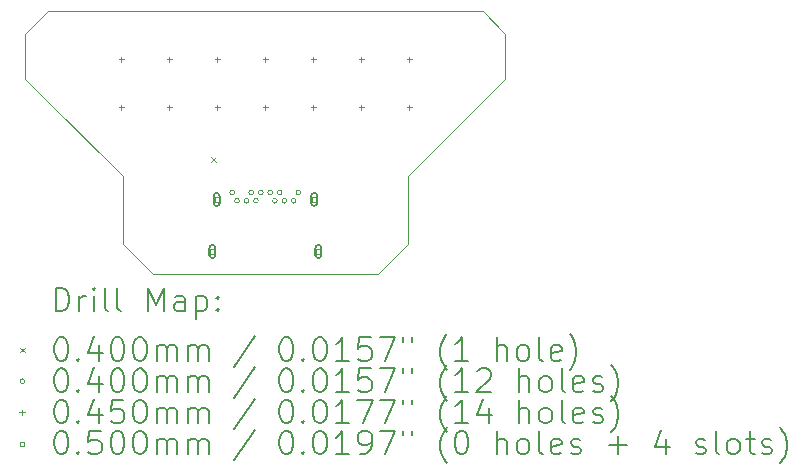
<source format=gbr>
%TF.GenerationSoftware,KiCad,Pcbnew,7.0.5*%
%TF.CreationDate,2024-02-15T12:52:46-05:00*%
%TF.ProjectId,SaberCord_Copy_Male,53616265-7243-46f7-9264-5f436f70795f,rev?*%
%TF.SameCoordinates,Original*%
%TF.FileFunction,Drillmap*%
%TF.FilePolarity,Positive*%
%FSLAX45Y45*%
G04 Gerber Fmt 4.5, Leading zero omitted, Abs format (unit mm)*
G04 Created by KiCad (PCBNEW 7.0.5) date 2024-02-15 12:52:46*
%MOMM*%
%LPD*%
G01*
G04 APERTURE LIST*
%ADD10C,0.100000*%
%ADD11C,0.200000*%
%ADD12C,0.040000*%
%ADD13C,0.045000*%
%ADD14C,0.050000*%
G04 APERTURE END LIST*
D10*
X15875000Y-7366000D02*
X16065500Y-7556500D01*
X16065500Y-7556500D02*
X16065500Y-7937500D01*
X14033500Y-7366000D02*
X15875000Y-7366000D01*
X12192000Y-7366000D02*
X14033500Y-7366000D01*
X12001500Y-7937500D02*
X12001500Y-7556500D01*
X16065500Y-7937500D02*
X15938500Y-8064500D01*
X12001500Y-7556500D02*
X12192000Y-7366000D01*
X12827000Y-8763000D02*
X12827000Y-9334500D01*
X15938500Y-8064500D02*
X15240000Y-8763000D01*
X15240000Y-8763000D02*
X15240000Y-9334500D01*
X14033500Y-9588500D02*
X13081000Y-9588500D01*
X12128500Y-8064500D02*
X12001500Y-7937500D01*
X14986000Y-9588500D02*
X14033500Y-9588500D01*
X13081000Y-9588500D02*
X12827000Y-9334500D01*
X12827000Y-8763000D02*
X12128500Y-8064500D01*
X15240000Y-9334500D02*
X14986000Y-9588500D01*
D11*
D12*
X13571490Y-8600820D02*
X13611490Y-8640820D01*
X13611490Y-8600820D02*
X13571490Y-8640820D01*
X13773500Y-8899000D02*
G75*
G03*
X13773500Y-8899000I-20000J0D01*
G01*
X13813500Y-8969000D02*
G75*
G03*
X13813500Y-8969000I-20000J0D01*
G01*
X13893500Y-8969000D02*
G75*
G03*
X13893500Y-8969000I-20000J0D01*
G01*
X13933500Y-8899000D02*
G75*
G03*
X13933500Y-8899000I-20000J0D01*
G01*
X13973500Y-8969000D02*
G75*
G03*
X13973500Y-8969000I-20000J0D01*
G01*
X14013500Y-8899000D02*
G75*
G03*
X14013500Y-8899000I-20000J0D01*
G01*
X14093500Y-8899000D02*
G75*
G03*
X14093500Y-8899000I-20000J0D01*
G01*
X14133500Y-8969000D02*
G75*
G03*
X14133500Y-8969000I-20000J0D01*
G01*
X14173500Y-8899000D02*
G75*
G03*
X14173500Y-8899000I-20000J0D01*
G01*
X14213500Y-8969000D02*
G75*
G03*
X14213500Y-8969000I-20000J0D01*
G01*
X14293500Y-8969000D02*
G75*
G03*
X14293500Y-8969000I-20000J0D01*
G01*
X14333500Y-8899000D02*
G75*
G03*
X14333500Y-8899000I-20000J0D01*
G01*
D13*
X12814300Y-7749900D02*
X12814300Y-7794900D01*
X12791800Y-7772400D02*
X12836800Y-7772400D01*
X12814300Y-8156300D02*
X12814300Y-8201300D01*
X12791800Y-8178800D02*
X12836800Y-8178800D01*
X13220700Y-7749900D02*
X13220700Y-7794900D01*
X13198200Y-7772400D02*
X13243200Y-7772400D01*
X13220700Y-8156300D02*
X13220700Y-8201300D01*
X13198200Y-8178800D02*
X13243200Y-8178800D01*
X13627100Y-7749900D02*
X13627100Y-7794900D01*
X13604600Y-7772400D02*
X13649600Y-7772400D01*
X13627100Y-8156300D02*
X13627100Y-8201300D01*
X13604600Y-8178800D02*
X13649600Y-8178800D01*
X14033500Y-7749900D02*
X14033500Y-7794900D01*
X14011000Y-7772400D02*
X14056000Y-7772400D01*
X14033500Y-8156300D02*
X14033500Y-8201300D01*
X14011000Y-8178800D02*
X14056000Y-8178800D01*
X14439900Y-7749900D02*
X14439900Y-7794900D01*
X14417400Y-7772400D02*
X14462400Y-7772400D01*
X14439900Y-8156300D02*
X14439900Y-8201300D01*
X14417400Y-8178800D02*
X14462400Y-8178800D01*
X14846300Y-7749900D02*
X14846300Y-7794900D01*
X14823800Y-7772400D02*
X14868800Y-7772400D01*
X14846300Y-8156300D02*
X14846300Y-8201300D01*
X14823800Y-8178800D02*
X14868800Y-8178800D01*
X15252700Y-7749900D02*
X15252700Y-7794900D01*
X15230200Y-7772400D02*
X15275200Y-7772400D01*
X15252700Y-8156300D02*
X15252700Y-8201300D01*
X15230200Y-8178800D02*
X15275200Y-8178800D01*
D14*
X13602178Y-9415678D02*
X13602178Y-9380322D01*
X13566822Y-9380322D01*
X13566822Y-9415678D01*
X13602178Y-9415678D01*
D11*
X13559500Y-9368000D02*
X13559500Y-9428000D01*
X13559500Y-9428000D02*
G75*
G03*
X13609500Y-9428000I25000J0D01*
G01*
X13609500Y-9428000D02*
X13609500Y-9368000D01*
X13609500Y-9368000D02*
G75*
G03*
X13559500Y-9368000I-25000J0D01*
G01*
D14*
X13638178Y-8975678D02*
X13638178Y-8940322D01*
X13602822Y-8940322D01*
X13602822Y-8975678D01*
X13638178Y-8975678D01*
D11*
X13595500Y-8928000D02*
X13595500Y-8988000D01*
X13595500Y-8988000D02*
G75*
G03*
X13645500Y-8988000I25000J0D01*
G01*
X13645500Y-8988000D02*
X13645500Y-8928000D01*
X13645500Y-8928000D02*
G75*
G03*
X13595500Y-8928000I-25000J0D01*
G01*
D14*
X14464178Y-8975678D02*
X14464178Y-8940322D01*
X14428822Y-8940322D01*
X14428822Y-8975678D01*
X14464178Y-8975678D01*
D11*
X14421500Y-8928000D02*
X14421500Y-8988000D01*
X14421500Y-8988000D02*
G75*
G03*
X14471500Y-8988000I25000J0D01*
G01*
X14471500Y-8988000D02*
X14471500Y-8928000D01*
X14471500Y-8928000D02*
G75*
G03*
X14421500Y-8928000I-25000J0D01*
G01*
D14*
X14500178Y-9415678D02*
X14500178Y-9380322D01*
X14464822Y-9380322D01*
X14464822Y-9415678D01*
X14500178Y-9415678D01*
D11*
X14457500Y-9368000D02*
X14457500Y-9428000D01*
X14457500Y-9428000D02*
G75*
G03*
X14507500Y-9428000I25000J0D01*
G01*
X14507500Y-9428000D02*
X14507500Y-9368000D01*
X14507500Y-9368000D02*
G75*
G03*
X14457500Y-9368000I-25000J0D01*
G01*
X12257277Y-9904984D02*
X12257277Y-9704984D01*
X12257277Y-9704984D02*
X12304896Y-9704984D01*
X12304896Y-9704984D02*
X12333467Y-9714508D01*
X12333467Y-9714508D02*
X12352515Y-9733555D01*
X12352515Y-9733555D02*
X12362039Y-9752603D01*
X12362039Y-9752603D02*
X12371562Y-9790698D01*
X12371562Y-9790698D02*
X12371562Y-9819270D01*
X12371562Y-9819270D02*
X12362039Y-9857365D01*
X12362039Y-9857365D02*
X12352515Y-9876412D01*
X12352515Y-9876412D02*
X12333467Y-9895460D01*
X12333467Y-9895460D02*
X12304896Y-9904984D01*
X12304896Y-9904984D02*
X12257277Y-9904984D01*
X12457277Y-9904984D02*
X12457277Y-9771650D01*
X12457277Y-9809746D02*
X12466801Y-9790698D01*
X12466801Y-9790698D02*
X12476324Y-9781174D01*
X12476324Y-9781174D02*
X12495372Y-9771650D01*
X12495372Y-9771650D02*
X12514420Y-9771650D01*
X12581086Y-9904984D02*
X12581086Y-9771650D01*
X12581086Y-9704984D02*
X12571562Y-9714508D01*
X12571562Y-9714508D02*
X12581086Y-9724031D01*
X12581086Y-9724031D02*
X12590610Y-9714508D01*
X12590610Y-9714508D02*
X12581086Y-9704984D01*
X12581086Y-9704984D02*
X12581086Y-9724031D01*
X12704896Y-9904984D02*
X12685848Y-9895460D01*
X12685848Y-9895460D02*
X12676324Y-9876412D01*
X12676324Y-9876412D02*
X12676324Y-9704984D01*
X12809658Y-9904984D02*
X12790610Y-9895460D01*
X12790610Y-9895460D02*
X12781086Y-9876412D01*
X12781086Y-9876412D02*
X12781086Y-9704984D01*
X13038229Y-9904984D02*
X13038229Y-9704984D01*
X13038229Y-9704984D02*
X13104896Y-9847841D01*
X13104896Y-9847841D02*
X13171562Y-9704984D01*
X13171562Y-9704984D02*
X13171562Y-9904984D01*
X13352515Y-9904984D02*
X13352515Y-9800222D01*
X13352515Y-9800222D02*
X13342991Y-9781174D01*
X13342991Y-9781174D02*
X13323943Y-9771650D01*
X13323943Y-9771650D02*
X13285848Y-9771650D01*
X13285848Y-9771650D02*
X13266801Y-9781174D01*
X13352515Y-9895460D02*
X13333467Y-9904984D01*
X13333467Y-9904984D02*
X13285848Y-9904984D01*
X13285848Y-9904984D02*
X13266801Y-9895460D01*
X13266801Y-9895460D02*
X13257277Y-9876412D01*
X13257277Y-9876412D02*
X13257277Y-9857365D01*
X13257277Y-9857365D02*
X13266801Y-9838317D01*
X13266801Y-9838317D02*
X13285848Y-9828793D01*
X13285848Y-9828793D02*
X13333467Y-9828793D01*
X13333467Y-9828793D02*
X13352515Y-9819270D01*
X13447753Y-9771650D02*
X13447753Y-9971650D01*
X13447753Y-9781174D02*
X13466801Y-9771650D01*
X13466801Y-9771650D02*
X13504896Y-9771650D01*
X13504896Y-9771650D02*
X13523943Y-9781174D01*
X13523943Y-9781174D02*
X13533467Y-9790698D01*
X13533467Y-9790698D02*
X13542991Y-9809746D01*
X13542991Y-9809746D02*
X13542991Y-9866889D01*
X13542991Y-9866889D02*
X13533467Y-9885936D01*
X13533467Y-9885936D02*
X13523943Y-9895460D01*
X13523943Y-9895460D02*
X13504896Y-9904984D01*
X13504896Y-9904984D02*
X13466801Y-9904984D01*
X13466801Y-9904984D02*
X13447753Y-9895460D01*
X13628705Y-9885936D02*
X13638229Y-9895460D01*
X13638229Y-9895460D02*
X13628705Y-9904984D01*
X13628705Y-9904984D02*
X13619182Y-9895460D01*
X13619182Y-9895460D02*
X13628705Y-9885936D01*
X13628705Y-9885936D02*
X13628705Y-9904984D01*
X13628705Y-9781174D02*
X13638229Y-9790698D01*
X13638229Y-9790698D02*
X13628705Y-9800222D01*
X13628705Y-9800222D02*
X13619182Y-9790698D01*
X13619182Y-9790698D02*
X13628705Y-9781174D01*
X13628705Y-9781174D02*
X13628705Y-9800222D01*
D12*
X11956500Y-10213500D02*
X11996500Y-10253500D01*
X11996500Y-10213500D02*
X11956500Y-10253500D01*
D11*
X12295372Y-10124984D02*
X12314420Y-10124984D01*
X12314420Y-10124984D02*
X12333467Y-10134508D01*
X12333467Y-10134508D02*
X12342991Y-10144031D01*
X12342991Y-10144031D02*
X12352515Y-10163079D01*
X12352515Y-10163079D02*
X12362039Y-10201174D01*
X12362039Y-10201174D02*
X12362039Y-10248793D01*
X12362039Y-10248793D02*
X12352515Y-10286889D01*
X12352515Y-10286889D02*
X12342991Y-10305936D01*
X12342991Y-10305936D02*
X12333467Y-10315460D01*
X12333467Y-10315460D02*
X12314420Y-10324984D01*
X12314420Y-10324984D02*
X12295372Y-10324984D01*
X12295372Y-10324984D02*
X12276324Y-10315460D01*
X12276324Y-10315460D02*
X12266801Y-10305936D01*
X12266801Y-10305936D02*
X12257277Y-10286889D01*
X12257277Y-10286889D02*
X12247753Y-10248793D01*
X12247753Y-10248793D02*
X12247753Y-10201174D01*
X12247753Y-10201174D02*
X12257277Y-10163079D01*
X12257277Y-10163079D02*
X12266801Y-10144031D01*
X12266801Y-10144031D02*
X12276324Y-10134508D01*
X12276324Y-10134508D02*
X12295372Y-10124984D01*
X12447753Y-10305936D02*
X12457277Y-10315460D01*
X12457277Y-10315460D02*
X12447753Y-10324984D01*
X12447753Y-10324984D02*
X12438229Y-10315460D01*
X12438229Y-10315460D02*
X12447753Y-10305936D01*
X12447753Y-10305936D02*
X12447753Y-10324984D01*
X12628705Y-10191650D02*
X12628705Y-10324984D01*
X12581086Y-10115460D02*
X12533467Y-10258317D01*
X12533467Y-10258317D02*
X12657277Y-10258317D01*
X12771562Y-10124984D02*
X12790610Y-10124984D01*
X12790610Y-10124984D02*
X12809658Y-10134508D01*
X12809658Y-10134508D02*
X12819182Y-10144031D01*
X12819182Y-10144031D02*
X12828705Y-10163079D01*
X12828705Y-10163079D02*
X12838229Y-10201174D01*
X12838229Y-10201174D02*
X12838229Y-10248793D01*
X12838229Y-10248793D02*
X12828705Y-10286889D01*
X12828705Y-10286889D02*
X12819182Y-10305936D01*
X12819182Y-10305936D02*
X12809658Y-10315460D01*
X12809658Y-10315460D02*
X12790610Y-10324984D01*
X12790610Y-10324984D02*
X12771562Y-10324984D01*
X12771562Y-10324984D02*
X12752515Y-10315460D01*
X12752515Y-10315460D02*
X12742991Y-10305936D01*
X12742991Y-10305936D02*
X12733467Y-10286889D01*
X12733467Y-10286889D02*
X12723943Y-10248793D01*
X12723943Y-10248793D02*
X12723943Y-10201174D01*
X12723943Y-10201174D02*
X12733467Y-10163079D01*
X12733467Y-10163079D02*
X12742991Y-10144031D01*
X12742991Y-10144031D02*
X12752515Y-10134508D01*
X12752515Y-10134508D02*
X12771562Y-10124984D01*
X12962039Y-10124984D02*
X12981086Y-10124984D01*
X12981086Y-10124984D02*
X13000134Y-10134508D01*
X13000134Y-10134508D02*
X13009658Y-10144031D01*
X13009658Y-10144031D02*
X13019182Y-10163079D01*
X13019182Y-10163079D02*
X13028705Y-10201174D01*
X13028705Y-10201174D02*
X13028705Y-10248793D01*
X13028705Y-10248793D02*
X13019182Y-10286889D01*
X13019182Y-10286889D02*
X13009658Y-10305936D01*
X13009658Y-10305936D02*
X13000134Y-10315460D01*
X13000134Y-10315460D02*
X12981086Y-10324984D01*
X12981086Y-10324984D02*
X12962039Y-10324984D01*
X12962039Y-10324984D02*
X12942991Y-10315460D01*
X12942991Y-10315460D02*
X12933467Y-10305936D01*
X12933467Y-10305936D02*
X12923943Y-10286889D01*
X12923943Y-10286889D02*
X12914420Y-10248793D01*
X12914420Y-10248793D02*
X12914420Y-10201174D01*
X12914420Y-10201174D02*
X12923943Y-10163079D01*
X12923943Y-10163079D02*
X12933467Y-10144031D01*
X12933467Y-10144031D02*
X12942991Y-10134508D01*
X12942991Y-10134508D02*
X12962039Y-10124984D01*
X13114420Y-10324984D02*
X13114420Y-10191650D01*
X13114420Y-10210698D02*
X13123943Y-10201174D01*
X13123943Y-10201174D02*
X13142991Y-10191650D01*
X13142991Y-10191650D02*
X13171563Y-10191650D01*
X13171563Y-10191650D02*
X13190610Y-10201174D01*
X13190610Y-10201174D02*
X13200134Y-10220222D01*
X13200134Y-10220222D02*
X13200134Y-10324984D01*
X13200134Y-10220222D02*
X13209658Y-10201174D01*
X13209658Y-10201174D02*
X13228705Y-10191650D01*
X13228705Y-10191650D02*
X13257277Y-10191650D01*
X13257277Y-10191650D02*
X13276324Y-10201174D01*
X13276324Y-10201174D02*
X13285848Y-10220222D01*
X13285848Y-10220222D02*
X13285848Y-10324984D01*
X13381086Y-10324984D02*
X13381086Y-10191650D01*
X13381086Y-10210698D02*
X13390610Y-10201174D01*
X13390610Y-10201174D02*
X13409658Y-10191650D01*
X13409658Y-10191650D02*
X13438229Y-10191650D01*
X13438229Y-10191650D02*
X13457277Y-10201174D01*
X13457277Y-10201174D02*
X13466801Y-10220222D01*
X13466801Y-10220222D02*
X13466801Y-10324984D01*
X13466801Y-10220222D02*
X13476324Y-10201174D01*
X13476324Y-10201174D02*
X13495372Y-10191650D01*
X13495372Y-10191650D02*
X13523943Y-10191650D01*
X13523943Y-10191650D02*
X13542991Y-10201174D01*
X13542991Y-10201174D02*
X13552515Y-10220222D01*
X13552515Y-10220222D02*
X13552515Y-10324984D01*
X13942991Y-10115460D02*
X13771563Y-10372603D01*
X14200134Y-10124984D02*
X14219182Y-10124984D01*
X14219182Y-10124984D02*
X14238229Y-10134508D01*
X14238229Y-10134508D02*
X14247753Y-10144031D01*
X14247753Y-10144031D02*
X14257277Y-10163079D01*
X14257277Y-10163079D02*
X14266801Y-10201174D01*
X14266801Y-10201174D02*
X14266801Y-10248793D01*
X14266801Y-10248793D02*
X14257277Y-10286889D01*
X14257277Y-10286889D02*
X14247753Y-10305936D01*
X14247753Y-10305936D02*
X14238229Y-10315460D01*
X14238229Y-10315460D02*
X14219182Y-10324984D01*
X14219182Y-10324984D02*
X14200134Y-10324984D01*
X14200134Y-10324984D02*
X14181086Y-10315460D01*
X14181086Y-10315460D02*
X14171563Y-10305936D01*
X14171563Y-10305936D02*
X14162039Y-10286889D01*
X14162039Y-10286889D02*
X14152515Y-10248793D01*
X14152515Y-10248793D02*
X14152515Y-10201174D01*
X14152515Y-10201174D02*
X14162039Y-10163079D01*
X14162039Y-10163079D02*
X14171563Y-10144031D01*
X14171563Y-10144031D02*
X14181086Y-10134508D01*
X14181086Y-10134508D02*
X14200134Y-10124984D01*
X14352515Y-10305936D02*
X14362039Y-10315460D01*
X14362039Y-10315460D02*
X14352515Y-10324984D01*
X14352515Y-10324984D02*
X14342991Y-10315460D01*
X14342991Y-10315460D02*
X14352515Y-10305936D01*
X14352515Y-10305936D02*
X14352515Y-10324984D01*
X14485848Y-10124984D02*
X14504896Y-10124984D01*
X14504896Y-10124984D02*
X14523944Y-10134508D01*
X14523944Y-10134508D02*
X14533467Y-10144031D01*
X14533467Y-10144031D02*
X14542991Y-10163079D01*
X14542991Y-10163079D02*
X14552515Y-10201174D01*
X14552515Y-10201174D02*
X14552515Y-10248793D01*
X14552515Y-10248793D02*
X14542991Y-10286889D01*
X14542991Y-10286889D02*
X14533467Y-10305936D01*
X14533467Y-10305936D02*
X14523944Y-10315460D01*
X14523944Y-10315460D02*
X14504896Y-10324984D01*
X14504896Y-10324984D02*
X14485848Y-10324984D01*
X14485848Y-10324984D02*
X14466801Y-10315460D01*
X14466801Y-10315460D02*
X14457277Y-10305936D01*
X14457277Y-10305936D02*
X14447753Y-10286889D01*
X14447753Y-10286889D02*
X14438229Y-10248793D01*
X14438229Y-10248793D02*
X14438229Y-10201174D01*
X14438229Y-10201174D02*
X14447753Y-10163079D01*
X14447753Y-10163079D02*
X14457277Y-10144031D01*
X14457277Y-10144031D02*
X14466801Y-10134508D01*
X14466801Y-10134508D02*
X14485848Y-10124984D01*
X14742991Y-10324984D02*
X14628706Y-10324984D01*
X14685848Y-10324984D02*
X14685848Y-10124984D01*
X14685848Y-10124984D02*
X14666801Y-10153555D01*
X14666801Y-10153555D02*
X14647753Y-10172603D01*
X14647753Y-10172603D02*
X14628706Y-10182127D01*
X14923944Y-10124984D02*
X14828706Y-10124984D01*
X14828706Y-10124984D02*
X14819182Y-10220222D01*
X14819182Y-10220222D02*
X14828706Y-10210698D01*
X14828706Y-10210698D02*
X14847753Y-10201174D01*
X14847753Y-10201174D02*
X14895372Y-10201174D01*
X14895372Y-10201174D02*
X14914420Y-10210698D01*
X14914420Y-10210698D02*
X14923944Y-10220222D01*
X14923944Y-10220222D02*
X14933467Y-10239270D01*
X14933467Y-10239270D02*
X14933467Y-10286889D01*
X14933467Y-10286889D02*
X14923944Y-10305936D01*
X14923944Y-10305936D02*
X14914420Y-10315460D01*
X14914420Y-10315460D02*
X14895372Y-10324984D01*
X14895372Y-10324984D02*
X14847753Y-10324984D01*
X14847753Y-10324984D02*
X14828706Y-10315460D01*
X14828706Y-10315460D02*
X14819182Y-10305936D01*
X15000134Y-10124984D02*
X15133467Y-10124984D01*
X15133467Y-10124984D02*
X15047753Y-10324984D01*
X15200134Y-10124984D02*
X15200134Y-10163079D01*
X15276325Y-10124984D02*
X15276325Y-10163079D01*
X15571563Y-10401174D02*
X15562039Y-10391650D01*
X15562039Y-10391650D02*
X15542991Y-10363079D01*
X15542991Y-10363079D02*
X15533468Y-10344031D01*
X15533468Y-10344031D02*
X15523944Y-10315460D01*
X15523944Y-10315460D02*
X15514420Y-10267841D01*
X15514420Y-10267841D02*
X15514420Y-10229746D01*
X15514420Y-10229746D02*
X15523944Y-10182127D01*
X15523944Y-10182127D02*
X15533468Y-10153555D01*
X15533468Y-10153555D02*
X15542991Y-10134508D01*
X15542991Y-10134508D02*
X15562039Y-10105936D01*
X15562039Y-10105936D02*
X15571563Y-10096412D01*
X15752515Y-10324984D02*
X15638229Y-10324984D01*
X15695372Y-10324984D02*
X15695372Y-10124984D01*
X15695372Y-10124984D02*
X15676325Y-10153555D01*
X15676325Y-10153555D02*
X15657277Y-10172603D01*
X15657277Y-10172603D02*
X15638229Y-10182127D01*
X15990610Y-10324984D02*
X15990610Y-10124984D01*
X16076325Y-10324984D02*
X16076325Y-10220222D01*
X16076325Y-10220222D02*
X16066801Y-10201174D01*
X16066801Y-10201174D02*
X16047753Y-10191650D01*
X16047753Y-10191650D02*
X16019182Y-10191650D01*
X16019182Y-10191650D02*
X16000134Y-10201174D01*
X16000134Y-10201174D02*
X15990610Y-10210698D01*
X16200134Y-10324984D02*
X16181087Y-10315460D01*
X16181087Y-10315460D02*
X16171563Y-10305936D01*
X16171563Y-10305936D02*
X16162039Y-10286889D01*
X16162039Y-10286889D02*
X16162039Y-10229746D01*
X16162039Y-10229746D02*
X16171563Y-10210698D01*
X16171563Y-10210698D02*
X16181087Y-10201174D01*
X16181087Y-10201174D02*
X16200134Y-10191650D01*
X16200134Y-10191650D02*
X16228706Y-10191650D01*
X16228706Y-10191650D02*
X16247753Y-10201174D01*
X16247753Y-10201174D02*
X16257277Y-10210698D01*
X16257277Y-10210698D02*
X16266801Y-10229746D01*
X16266801Y-10229746D02*
X16266801Y-10286889D01*
X16266801Y-10286889D02*
X16257277Y-10305936D01*
X16257277Y-10305936D02*
X16247753Y-10315460D01*
X16247753Y-10315460D02*
X16228706Y-10324984D01*
X16228706Y-10324984D02*
X16200134Y-10324984D01*
X16381087Y-10324984D02*
X16362039Y-10315460D01*
X16362039Y-10315460D02*
X16352515Y-10296412D01*
X16352515Y-10296412D02*
X16352515Y-10124984D01*
X16533468Y-10315460D02*
X16514420Y-10324984D01*
X16514420Y-10324984D02*
X16476325Y-10324984D01*
X16476325Y-10324984D02*
X16457277Y-10315460D01*
X16457277Y-10315460D02*
X16447753Y-10296412D01*
X16447753Y-10296412D02*
X16447753Y-10220222D01*
X16447753Y-10220222D02*
X16457277Y-10201174D01*
X16457277Y-10201174D02*
X16476325Y-10191650D01*
X16476325Y-10191650D02*
X16514420Y-10191650D01*
X16514420Y-10191650D02*
X16533468Y-10201174D01*
X16533468Y-10201174D02*
X16542991Y-10220222D01*
X16542991Y-10220222D02*
X16542991Y-10239270D01*
X16542991Y-10239270D02*
X16447753Y-10258317D01*
X16609658Y-10401174D02*
X16619182Y-10391650D01*
X16619182Y-10391650D02*
X16638230Y-10363079D01*
X16638230Y-10363079D02*
X16647753Y-10344031D01*
X16647753Y-10344031D02*
X16657277Y-10315460D01*
X16657277Y-10315460D02*
X16666801Y-10267841D01*
X16666801Y-10267841D02*
X16666801Y-10229746D01*
X16666801Y-10229746D02*
X16657277Y-10182127D01*
X16657277Y-10182127D02*
X16647753Y-10153555D01*
X16647753Y-10153555D02*
X16638230Y-10134508D01*
X16638230Y-10134508D02*
X16619182Y-10105936D01*
X16619182Y-10105936D02*
X16609658Y-10096412D01*
D12*
X11996500Y-10497500D02*
G75*
G03*
X11996500Y-10497500I-20000J0D01*
G01*
D11*
X12295372Y-10388984D02*
X12314420Y-10388984D01*
X12314420Y-10388984D02*
X12333467Y-10398508D01*
X12333467Y-10398508D02*
X12342991Y-10408031D01*
X12342991Y-10408031D02*
X12352515Y-10427079D01*
X12352515Y-10427079D02*
X12362039Y-10465174D01*
X12362039Y-10465174D02*
X12362039Y-10512793D01*
X12362039Y-10512793D02*
X12352515Y-10550889D01*
X12352515Y-10550889D02*
X12342991Y-10569936D01*
X12342991Y-10569936D02*
X12333467Y-10579460D01*
X12333467Y-10579460D02*
X12314420Y-10588984D01*
X12314420Y-10588984D02*
X12295372Y-10588984D01*
X12295372Y-10588984D02*
X12276324Y-10579460D01*
X12276324Y-10579460D02*
X12266801Y-10569936D01*
X12266801Y-10569936D02*
X12257277Y-10550889D01*
X12257277Y-10550889D02*
X12247753Y-10512793D01*
X12247753Y-10512793D02*
X12247753Y-10465174D01*
X12247753Y-10465174D02*
X12257277Y-10427079D01*
X12257277Y-10427079D02*
X12266801Y-10408031D01*
X12266801Y-10408031D02*
X12276324Y-10398508D01*
X12276324Y-10398508D02*
X12295372Y-10388984D01*
X12447753Y-10569936D02*
X12457277Y-10579460D01*
X12457277Y-10579460D02*
X12447753Y-10588984D01*
X12447753Y-10588984D02*
X12438229Y-10579460D01*
X12438229Y-10579460D02*
X12447753Y-10569936D01*
X12447753Y-10569936D02*
X12447753Y-10588984D01*
X12628705Y-10455650D02*
X12628705Y-10588984D01*
X12581086Y-10379460D02*
X12533467Y-10522317D01*
X12533467Y-10522317D02*
X12657277Y-10522317D01*
X12771562Y-10388984D02*
X12790610Y-10388984D01*
X12790610Y-10388984D02*
X12809658Y-10398508D01*
X12809658Y-10398508D02*
X12819182Y-10408031D01*
X12819182Y-10408031D02*
X12828705Y-10427079D01*
X12828705Y-10427079D02*
X12838229Y-10465174D01*
X12838229Y-10465174D02*
X12838229Y-10512793D01*
X12838229Y-10512793D02*
X12828705Y-10550889D01*
X12828705Y-10550889D02*
X12819182Y-10569936D01*
X12819182Y-10569936D02*
X12809658Y-10579460D01*
X12809658Y-10579460D02*
X12790610Y-10588984D01*
X12790610Y-10588984D02*
X12771562Y-10588984D01*
X12771562Y-10588984D02*
X12752515Y-10579460D01*
X12752515Y-10579460D02*
X12742991Y-10569936D01*
X12742991Y-10569936D02*
X12733467Y-10550889D01*
X12733467Y-10550889D02*
X12723943Y-10512793D01*
X12723943Y-10512793D02*
X12723943Y-10465174D01*
X12723943Y-10465174D02*
X12733467Y-10427079D01*
X12733467Y-10427079D02*
X12742991Y-10408031D01*
X12742991Y-10408031D02*
X12752515Y-10398508D01*
X12752515Y-10398508D02*
X12771562Y-10388984D01*
X12962039Y-10388984D02*
X12981086Y-10388984D01*
X12981086Y-10388984D02*
X13000134Y-10398508D01*
X13000134Y-10398508D02*
X13009658Y-10408031D01*
X13009658Y-10408031D02*
X13019182Y-10427079D01*
X13019182Y-10427079D02*
X13028705Y-10465174D01*
X13028705Y-10465174D02*
X13028705Y-10512793D01*
X13028705Y-10512793D02*
X13019182Y-10550889D01*
X13019182Y-10550889D02*
X13009658Y-10569936D01*
X13009658Y-10569936D02*
X13000134Y-10579460D01*
X13000134Y-10579460D02*
X12981086Y-10588984D01*
X12981086Y-10588984D02*
X12962039Y-10588984D01*
X12962039Y-10588984D02*
X12942991Y-10579460D01*
X12942991Y-10579460D02*
X12933467Y-10569936D01*
X12933467Y-10569936D02*
X12923943Y-10550889D01*
X12923943Y-10550889D02*
X12914420Y-10512793D01*
X12914420Y-10512793D02*
X12914420Y-10465174D01*
X12914420Y-10465174D02*
X12923943Y-10427079D01*
X12923943Y-10427079D02*
X12933467Y-10408031D01*
X12933467Y-10408031D02*
X12942991Y-10398508D01*
X12942991Y-10398508D02*
X12962039Y-10388984D01*
X13114420Y-10588984D02*
X13114420Y-10455650D01*
X13114420Y-10474698D02*
X13123943Y-10465174D01*
X13123943Y-10465174D02*
X13142991Y-10455650D01*
X13142991Y-10455650D02*
X13171563Y-10455650D01*
X13171563Y-10455650D02*
X13190610Y-10465174D01*
X13190610Y-10465174D02*
X13200134Y-10484222D01*
X13200134Y-10484222D02*
X13200134Y-10588984D01*
X13200134Y-10484222D02*
X13209658Y-10465174D01*
X13209658Y-10465174D02*
X13228705Y-10455650D01*
X13228705Y-10455650D02*
X13257277Y-10455650D01*
X13257277Y-10455650D02*
X13276324Y-10465174D01*
X13276324Y-10465174D02*
X13285848Y-10484222D01*
X13285848Y-10484222D02*
X13285848Y-10588984D01*
X13381086Y-10588984D02*
X13381086Y-10455650D01*
X13381086Y-10474698D02*
X13390610Y-10465174D01*
X13390610Y-10465174D02*
X13409658Y-10455650D01*
X13409658Y-10455650D02*
X13438229Y-10455650D01*
X13438229Y-10455650D02*
X13457277Y-10465174D01*
X13457277Y-10465174D02*
X13466801Y-10484222D01*
X13466801Y-10484222D02*
X13466801Y-10588984D01*
X13466801Y-10484222D02*
X13476324Y-10465174D01*
X13476324Y-10465174D02*
X13495372Y-10455650D01*
X13495372Y-10455650D02*
X13523943Y-10455650D01*
X13523943Y-10455650D02*
X13542991Y-10465174D01*
X13542991Y-10465174D02*
X13552515Y-10484222D01*
X13552515Y-10484222D02*
X13552515Y-10588984D01*
X13942991Y-10379460D02*
X13771563Y-10636603D01*
X14200134Y-10388984D02*
X14219182Y-10388984D01*
X14219182Y-10388984D02*
X14238229Y-10398508D01*
X14238229Y-10398508D02*
X14247753Y-10408031D01*
X14247753Y-10408031D02*
X14257277Y-10427079D01*
X14257277Y-10427079D02*
X14266801Y-10465174D01*
X14266801Y-10465174D02*
X14266801Y-10512793D01*
X14266801Y-10512793D02*
X14257277Y-10550889D01*
X14257277Y-10550889D02*
X14247753Y-10569936D01*
X14247753Y-10569936D02*
X14238229Y-10579460D01*
X14238229Y-10579460D02*
X14219182Y-10588984D01*
X14219182Y-10588984D02*
X14200134Y-10588984D01*
X14200134Y-10588984D02*
X14181086Y-10579460D01*
X14181086Y-10579460D02*
X14171563Y-10569936D01*
X14171563Y-10569936D02*
X14162039Y-10550889D01*
X14162039Y-10550889D02*
X14152515Y-10512793D01*
X14152515Y-10512793D02*
X14152515Y-10465174D01*
X14152515Y-10465174D02*
X14162039Y-10427079D01*
X14162039Y-10427079D02*
X14171563Y-10408031D01*
X14171563Y-10408031D02*
X14181086Y-10398508D01*
X14181086Y-10398508D02*
X14200134Y-10388984D01*
X14352515Y-10569936D02*
X14362039Y-10579460D01*
X14362039Y-10579460D02*
X14352515Y-10588984D01*
X14352515Y-10588984D02*
X14342991Y-10579460D01*
X14342991Y-10579460D02*
X14352515Y-10569936D01*
X14352515Y-10569936D02*
X14352515Y-10588984D01*
X14485848Y-10388984D02*
X14504896Y-10388984D01*
X14504896Y-10388984D02*
X14523944Y-10398508D01*
X14523944Y-10398508D02*
X14533467Y-10408031D01*
X14533467Y-10408031D02*
X14542991Y-10427079D01*
X14542991Y-10427079D02*
X14552515Y-10465174D01*
X14552515Y-10465174D02*
X14552515Y-10512793D01*
X14552515Y-10512793D02*
X14542991Y-10550889D01*
X14542991Y-10550889D02*
X14533467Y-10569936D01*
X14533467Y-10569936D02*
X14523944Y-10579460D01*
X14523944Y-10579460D02*
X14504896Y-10588984D01*
X14504896Y-10588984D02*
X14485848Y-10588984D01*
X14485848Y-10588984D02*
X14466801Y-10579460D01*
X14466801Y-10579460D02*
X14457277Y-10569936D01*
X14457277Y-10569936D02*
X14447753Y-10550889D01*
X14447753Y-10550889D02*
X14438229Y-10512793D01*
X14438229Y-10512793D02*
X14438229Y-10465174D01*
X14438229Y-10465174D02*
X14447753Y-10427079D01*
X14447753Y-10427079D02*
X14457277Y-10408031D01*
X14457277Y-10408031D02*
X14466801Y-10398508D01*
X14466801Y-10398508D02*
X14485848Y-10388984D01*
X14742991Y-10588984D02*
X14628706Y-10588984D01*
X14685848Y-10588984D02*
X14685848Y-10388984D01*
X14685848Y-10388984D02*
X14666801Y-10417555D01*
X14666801Y-10417555D02*
X14647753Y-10436603D01*
X14647753Y-10436603D02*
X14628706Y-10446127D01*
X14923944Y-10388984D02*
X14828706Y-10388984D01*
X14828706Y-10388984D02*
X14819182Y-10484222D01*
X14819182Y-10484222D02*
X14828706Y-10474698D01*
X14828706Y-10474698D02*
X14847753Y-10465174D01*
X14847753Y-10465174D02*
X14895372Y-10465174D01*
X14895372Y-10465174D02*
X14914420Y-10474698D01*
X14914420Y-10474698D02*
X14923944Y-10484222D01*
X14923944Y-10484222D02*
X14933467Y-10503270D01*
X14933467Y-10503270D02*
X14933467Y-10550889D01*
X14933467Y-10550889D02*
X14923944Y-10569936D01*
X14923944Y-10569936D02*
X14914420Y-10579460D01*
X14914420Y-10579460D02*
X14895372Y-10588984D01*
X14895372Y-10588984D02*
X14847753Y-10588984D01*
X14847753Y-10588984D02*
X14828706Y-10579460D01*
X14828706Y-10579460D02*
X14819182Y-10569936D01*
X15000134Y-10388984D02*
X15133467Y-10388984D01*
X15133467Y-10388984D02*
X15047753Y-10588984D01*
X15200134Y-10388984D02*
X15200134Y-10427079D01*
X15276325Y-10388984D02*
X15276325Y-10427079D01*
X15571563Y-10665174D02*
X15562039Y-10655650D01*
X15562039Y-10655650D02*
X15542991Y-10627079D01*
X15542991Y-10627079D02*
X15533468Y-10608031D01*
X15533468Y-10608031D02*
X15523944Y-10579460D01*
X15523944Y-10579460D02*
X15514420Y-10531841D01*
X15514420Y-10531841D02*
X15514420Y-10493746D01*
X15514420Y-10493746D02*
X15523944Y-10446127D01*
X15523944Y-10446127D02*
X15533468Y-10417555D01*
X15533468Y-10417555D02*
X15542991Y-10398508D01*
X15542991Y-10398508D02*
X15562039Y-10369936D01*
X15562039Y-10369936D02*
X15571563Y-10360412D01*
X15752515Y-10588984D02*
X15638229Y-10588984D01*
X15695372Y-10588984D02*
X15695372Y-10388984D01*
X15695372Y-10388984D02*
X15676325Y-10417555D01*
X15676325Y-10417555D02*
X15657277Y-10436603D01*
X15657277Y-10436603D02*
X15638229Y-10446127D01*
X15828706Y-10408031D02*
X15838229Y-10398508D01*
X15838229Y-10398508D02*
X15857277Y-10388984D01*
X15857277Y-10388984D02*
X15904896Y-10388984D01*
X15904896Y-10388984D02*
X15923944Y-10398508D01*
X15923944Y-10398508D02*
X15933468Y-10408031D01*
X15933468Y-10408031D02*
X15942991Y-10427079D01*
X15942991Y-10427079D02*
X15942991Y-10446127D01*
X15942991Y-10446127D02*
X15933468Y-10474698D01*
X15933468Y-10474698D02*
X15819182Y-10588984D01*
X15819182Y-10588984D02*
X15942991Y-10588984D01*
X16181087Y-10588984D02*
X16181087Y-10388984D01*
X16266801Y-10588984D02*
X16266801Y-10484222D01*
X16266801Y-10484222D02*
X16257277Y-10465174D01*
X16257277Y-10465174D02*
X16238230Y-10455650D01*
X16238230Y-10455650D02*
X16209658Y-10455650D01*
X16209658Y-10455650D02*
X16190610Y-10465174D01*
X16190610Y-10465174D02*
X16181087Y-10474698D01*
X16390610Y-10588984D02*
X16371563Y-10579460D01*
X16371563Y-10579460D02*
X16362039Y-10569936D01*
X16362039Y-10569936D02*
X16352515Y-10550889D01*
X16352515Y-10550889D02*
X16352515Y-10493746D01*
X16352515Y-10493746D02*
X16362039Y-10474698D01*
X16362039Y-10474698D02*
X16371563Y-10465174D01*
X16371563Y-10465174D02*
X16390610Y-10455650D01*
X16390610Y-10455650D02*
X16419182Y-10455650D01*
X16419182Y-10455650D02*
X16438230Y-10465174D01*
X16438230Y-10465174D02*
X16447753Y-10474698D01*
X16447753Y-10474698D02*
X16457277Y-10493746D01*
X16457277Y-10493746D02*
X16457277Y-10550889D01*
X16457277Y-10550889D02*
X16447753Y-10569936D01*
X16447753Y-10569936D02*
X16438230Y-10579460D01*
X16438230Y-10579460D02*
X16419182Y-10588984D01*
X16419182Y-10588984D02*
X16390610Y-10588984D01*
X16571563Y-10588984D02*
X16552515Y-10579460D01*
X16552515Y-10579460D02*
X16542991Y-10560412D01*
X16542991Y-10560412D02*
X16542991Y-10388984D01*
X16723944Y-10579460D02*
X16704896Y-10588984D01*
X16704896Y-10588984D02*
X16666801Y-10588984D01*
X16666801Y-10588984D02*
X16647753Y-10579460D01*
X16647753Y-10579460D02*
X16638230Y-10560412D01*
X16638230Y-10560412D02*
X16638230Y-10484222D01*
X16638230Y-10484222D02*
X16647753Y-10465174D01*
X16647753Y-10465174D02*
X16666801Y-10455650D01*
X16666801Y-10455650D02*
X16704896Y-10455650D01*
X16704896Y-10455650D02*
X16723944Y-10465174D01*
X16723944Y-10465174D02*
X16733468Y-10484222D01*
X16733468Y-10484222D02*
X16733468Y-10503270D01*
X16733468Y-10503270D02*
X16638230Y-10522317D01*
X16809658Y-10579460D02*
X16828706Y-10588984D01*
X16828706Y-10588984D02*
X16866801Y-10588984D01*
X16866801Y-10588984D02*
X16885849Y-10579460D01*
X16885849Y-10579460D02*
X16895373Y-10560412D01*
X16895373Y-10560412D02*
X16895373Y-10550889D01*
X16895373Y-10550889D02*
X16885849Y-10531841D01*
X16885849Y-10531841D02*
X16866801Y-10522317D01*
X16866801Y-10522317D02*
X16838230Y-10522317D01*
X16838230Y-10522317D02*
X16819182Y-10512793D01*
X16819182Y-10512793D02*
X16809658Y-10493746D01*
X16809658Y-10493746D02*
X16809658Y-10484222D01*
X16809658Y-10484222D02*
X16819182Y-10465174D01*
X16819182Y-10465174D02*
X16838230Y-10455650D01*
X16838230Y-10455650D02*
X16866801Y-10455650D01*
X16866801Y-10455650D02*
X16885849Y-10465174D01*
X16962039Y-10665174D02*
X16971563Y-10655650D01*
X16971563Y-10655650D02*
X16990611Y-10627079D01*
X16990611Y-10627079D02*
X17000134Y-10608031D01*
X17000134Y-10608031D02*
X17009658Y-10579460D01*
X17009658Y-10579460D02*
X17019182Y-10531841D01*
X17019182Y-10531841D02*
X17019182Y-10493746D01*
X17019182Y-10493746D02*
X17009658Y-10446127D01*
X17009658Y-10446127D02*
X17000134Y-10417555D01*
X17000134Y-10417555D02*
X16990611Y-10398508D01*
X16990611Y-10398508D02*
X16971563Y-10369936D01*
X16971563Y-10369936D02*
X16962039Y-10360412D01*
D13*
X11974000Y-10739000D02*
X11974000Y-10784000D01*
X11951500Y-10761500D02*
X11996500Y-10761500D01*
D11*
X12295372Y-10652984D02*
X12314420Y-10652984D01*
X12314420Y-10652984D02*
X12333467Y-10662508D01*
X12333467Y-10662508D02*
X12342991Y-10672031D01*
X12342991Y-10672031D02*
X12352515Y-10691079D01*
X12352515Y-10691079D02*
X12362039Y-10729174D01*
X12362039Y-10729174D02*
X12362039Y-10776793D01*
X12362039Y-10776793D02*
X12352515Y-10814889D01*
X12352515Y-10814889D02*
X12342991Y-10833936D01*
X12342991Y-10833936D02*
X12333467Y-10843460D01*
X12333467Y-10843460D02*
X12314420Y-10852984D01*
X12314420Y-10852984D02*
X12295372Y-10852984D01*
X12295372Y-10852984D02*
X12276324Y-10843460D01*
X12276324Y-10843460D02*
X12266801Y-10833936D01*
X12266801Y-10833936D02*
X12257277Y-10814889D01*
X12257277Y-10814889D02*
X12247753Y-10776793D01*
X12247753Y-10776793D02*
X12247753Y-10729174D01*
X12247753Y-10729174D02*
X12257277Y-10691079D01*
X12257277Y-10691079D02*
X12266801Y-10672031D01*
X12266801Y-10672031D02*
X12276324Y-10662508D01*
X12276324Y-10662508D02*
X12295372Y-10652984D01*
X12447753Y-10833936D02*
X12457277Y-10843460D01*
X12457277Y-10843460D02*
X12447753Y-10852984D01*
X12447753Y-10852984D02*
X12438229Y-10843460D01*
X12438229Y-10843460D02*
X12447753Y-10833936D01*
X12447753Y-10833936D02*
X12447753Y-10852984D01*
X12628705Y-10719650D02*
X12628705Y-10852984D01*
X12581086Y-10643460D02*
X12533467Y-10786317D01*
X12533467Y-10786317D02*
X12657277Y-10786317D01*
X12828705Y-10652984D02*
X12733467Y-10652984D01*
X12733467Y-10652984D02*
X12723943Y-10748222D01*
X12723943Y-10748222D02*
X12733467Y-10738698D01*
X12733467Y-10738698D02*
X12752515Y-10729174D01*
X12752515Y-10729174D02*
X12800134Y-10729174D01*
X12800134Y-10729174D02*
X12819182Y-10738698D01*
X12819182Y-10738698D02*
X12828705Y-10748222D01*
X12828705Y-10748222D02*
X12838229Y-10767270D01*
X12838229Y-10767270D02*
X12838229Y-10814889D01*
X12838229Y-10814889D02*
X12828705Y-10833936D01*
X12828705Y-10833936D02*
X12819182Y-10843460D01*
X12819182Y-10843460D02*
X12800134Y-10852984D01*
X12800134Y-10852984D02*
X12752515Y-10852984D01*
X12752515Y-10852984D02*
X12733467Y-10843460D01*
X12733467Y-10843460D02*
X12723943Y-10833936D01*
X12962039Y-10652984D02*
X12981086Y-10652984D01*
X12981086Y-10652984D02*
X13000134Y-10662508D01*
X13000134Y-10662508D02*
X13009658Y-10672031D01*
X13009658Y-10672031D02*
X13019182Y-10691079D01*
X13019182Y-10691079D02*
X13028705Y-10729174D01*
X13028705Y-10729174D02*
X13028705Y-10776793D01*
X13028705Y-10776793D02*
X13019182Y-10814889D01*
X13019182Y-10814889D02*
X13009658Y-10833936D01*
X13009658Y-10833936D02*
X13000134Y-10843460D01*
X13000134Y-10843460D02*
X12981086Y-10852984D01*
X12981086Y-10852984D02*
X12962039Y-10852984D01*
X12962039Y-10852984D02*
X12942991Y-10843460D01*
X12942991Y-10843460D02*
X12933467Y-10833936D01*
X12933467Y-10833936D02*
X12923943Y-10814889D01*
X12923943Y-10814889D02*
X12914420Y-10776793D01*
X12914420Y-10776793D02*
X12914420Y-10729174D01*
X12914420Y-10729174D02*
X12923943Y-10691079D01*
X12923943Y-10691079D02*
X12933467Y-10672031D01*
X12933467Y-10672031D02*
X12942991Y-10662508D01*
X12942991Y-10662508D02*
X12962039Y-10652984D01*
X13114420Y-10852984D02*
X13114420Y-10719650D01*
X13114420Y-10738698D02*
X13123943Y-10729174D01*
X13123943Y-10729174D02*
X13142991Y-10719650D01*
X13142991Y-10719650D02*
X13171563Y-10719650D01*
X13171563Y-10719650D02*
X13190610Y-10729174D01*
X13190610Y-10729174D02*
X13200134Y-10748222D01*
X13200134Y-10748222D02*
X13200134Y-10852984D01*
X13200134Y-10748222D02*
X13209658Y-10729174D01*
X13209658Y-10729174D02*
X13228705Y-10719650D01*
X13228705Y-10719650D02*
X13257277Y-10719650D01*
X13257277Y-10719650D02*
X13276324Y-10729174D01*
X13276324Y-10729174D02*
X13285848Y-10748222D01*
X13285848Y-10748222D02*
X13285848Y-10852984D01*
X13381086Y-10852984D02*
X13381086Y-10719650D01*
X13381086Y-10738698D02*
X13390610Y-10729174D01*
X13390610Y-10729174D02*
X13409658Y-10719650D01*
X13409658Y-10719650D02*
X13438229Y-10719650D01*
X13438229Y-10719650D02*
X13457277Y-10729174D01*
X13457277Y-10729174D02*
X13466801Y-10748222D01*
X13466801Y-10748222D02*
X13466801Y-10852984D01*
X13466801Y-10748222D02*
X13476324Y-10729174D01*
X13476324Y-10729174D02*
X13495372Y-10719650D01*
X13495372Y-10719650D02*
X13523943Y-10719650D01*
X13523943Y-10719650D02*
X13542991Y-10729174D01*
X13542991Y-10729174D02*
X13552515Y-10748222D01*
X13552515Y-10748222D02*
X13552515Y-10852984D01*
X13942991Y-10643460D02*
X13771563Y-10900603D01*
X14200134Y-10652984D02*
X14219182Y-10652984D01*
X14219182Y-10652984D02*
X14238229Y-10662508D01*
X14238229Y-10662508D02*
X14247753Y-10672031D01*
X14247753Y-10672031D02*
X14257277Y-10691079D01*
X14257277Y-10691079D02*
X14266801Y-10729174D01*
X14266801Y-10729174D02*
X14266801Y-10776793D01*
X14266801Y-10776793D02*
X14257277Y-10814889D01*
X14257277Y-10814889D02*
X14247753Y-10833936D01*
X14247753Y-10833936D02*
X14238229Y-10843460D01*
X14238229Y-10843460D02*
X14219182Y-10852984D01*
X14219182Y-10852984D02*
X14200134Y-10852984D01*
X14200134Y-10852984D02*
X14181086Y-10843460D01*
X14181086Y-10843460D02*
X14171563Y-10833936D01*
X14171563Y-10833936D02*
X14162039Y-10814889D01*
X14162039Y-10814889D02*
X14152515Y-10776793D01*
X14152515Y-10776793D02*
X14152515Y-10729174D01*
X14152515Y-10729174D02*
X14162039Y-10691079D01*
X14162039Y-10691079D02*
X14171563Y-10672031D01*
X14171563Y-10672031D02*
X14181086Y-10662508D01*
X14181086Y-10662508D02*
X14200134Y-10652984D01*
X14352515Y-10833936D02*
X14362039Y-10843460D01*
X14362039Y-10843460D02*
X14352515Y-10852984D01*
X14352515Y-10852984D02*
X14342991Y-10843460D01*
X14342991Y-10843460D02*
X14352515Y-10833936D01*
X14352515Y-10833936D02*
X14352515Y-10852984D01*
X14485848Y-10652984D02*
X14504896Y-10652984D01*
X14504896Y-10652984D02*
X14523944Y-10662508D01*
X14523944Y-10662508D02*
X14533467Y-10672031D01*
X14533467Y-10672031D02*
X14542991Y-10691079D01*
X14542991Y-10691079D02*
X14552515Y-10729174D01*
X14552515Y-10729174D02*
X14552515Y-10776793D01*
X14552515Y-10776793D02*
X14542991Y-10814889D01*
X14542991Y-10814889D02*
X14533467Y-10833936D01*
X14533467Y-10833936D02*
X14523944Y-10843460D01*
X14523944Y-10843460D02*
X14504896Y-10852984D01*
X14504896Y-10852984D02*
X14485848Y-10852984D01*
X14485848Y-10852984D02*
X14466801Y-10843460D01*
X14466801Y-10843460D02*
X14457277Y-10833936D01*
X14457277Y-10833936D02*
X14447753Y-10814889D01*
X14447753Y-10814889D02*
X14438229Y-10776793D01*
X14438229Y-10776793D02*
X14438229Y-10729174D01*
X14438229Y-10729174D02*
X14447753Y-10691079D01*
X14447753Y-10691079D02*
X14457277Y-10672031D01*
X14457277Y-10672031D02*
X14466801Y-10662508D01*
X14466801Y-10662508D02*
X14485848Y-10652984D01*
X14742991Y-10852984D02*
X14628706Y-10852984D01*
X14685848Y-10852984D02*
X14685848Y-10652984D01*
X14685848Y-10652984D02*
X14666801Y-10681555D01*
X14666801Y-10681555D02*
X14647753Y-10700603D01*
X14647753Y-10700603D02*
X14628706Y-10710127D01*
X14809658Y-10652984D02*
X14942991Y-10652984D01*
X14942991Y-10652984D02*
X14857277Y-10852984D01*
X15000134Y-10652984D02*
X15133467Y-10652984D01*
X15133467Y-10652984D02*
X15047753Y-10852984D01*
X15200134Y-10652984D02*
X15200134Y-10691079D01*
X15276325Y-10652984D02*
X15276325Y-10691079D01*
X15571563Y-10929174D02*
X15562039Y-10919650D01*
X15562039Y-10919650D02*
X15542991Y-10891079D01*
X15542991Y-10891079D02*
X15533468Y-10872031D01*
X15533468Y-10872031D02*
X15523944Y-10843460D01*
X15523944Y-10843460D02*
X15514420Y-10795841D01*
X15514420Y-10795841D02*
X15514420Y-10757746D01*
X15514420Y-10757746D02*
X15523944Y-10710127D01*
X15523944Y-10710127D02*
X15533468Y-10681555D01*
X15533468Y-10681555D02*
X15542991Y-10662508D01*
X15542991Y-10662508D02*
X15562039Y-10633936D01*
X15562039Y-10633936D02*
X15571563Y-10624412D01*
X15752515Y-10852984D02*
X15638229Y-10852984D01*
X15695372Y-10852984D02*
X15695372Y-10652984D01*
X15695372Y-10652984D02*
X15676325Y-10681555D01*
X15676325Y-10681555D02*
X15657277Y-10700603D01*
X15657277Y-10700603D02*
X15638229Y-10710127D01*
X15923944Y-10719650D02*
X15923944Y-10852984D01*
X15876325Y-10643460D02*
X15828706Y-10786317D01*
X15828706Y-10786317D02*
X15952515Y-10786317D01*
X16181087Y-10852984D02*
X16181087Y-10652984D01*
X16266801Y-10852984D02*
X16266801Y-10748222D01*
X16266801Y-10748222D02*
X16257277Y-10729174D01*
X16257277Y-10729174D02*
X16238230Y-10719650D01*
X16238230Y-10719650D02*
X16209658Y-10719650D01*
X16209658Y-10719650D02*
X16190610Y-10729174D01*
X16190610Y-10729174D02*
X16181087Y-10738698D01*
X16390610Y-10852984D02*
X16371563Y-10843460D01*
X16371563Y-10843460D02*
X16362039Y-10833936D01*
X16362039Y-10833936D02*
X16352515Y-10814889D01*
X16352515Y-10814889D02*
X16352515Y-10757746D01*
X16352515Y-10757746D02*
X16362039Y-10738698D01*
X16362039Y-10738698D02*
X16371563Y-10729174D01*
X16371563Y-10729174D02*
X16390610Y-10719650D01*
X16390610Y-10719650D02*
X16419182Y-10719650D01*
X16419182Y-10719650D02*
X16438230Y-10729174D01*
X16438230Y-10729174D02*
X16447753Y-10738698D01*
X16447753Y-10738698D02*
X16457277Y-10757746D01*
X16457277Y-10757746D02*
X16457277Y-10814889D01*
X16457277Y-10814889D02*
X16447753Y-10833936D01*
X16447753Y-10833936D02*
X16438230Y-10843460D01*
X16438230Y-10843460D02*
X16419182Y-10852984D01*
X16419182Y-10852984D02*
X16390610Y-10852984D01*
X16571563Y-10852984D02*
X16552515Y-10843460D01*
X16552515Y-10843460D02*
X16542991Y-10824412D01*
X16542991Y-10824412D02*
X16542991Y-10652984D01*
X16723944Y-10843460D02*
X16704896Y-10852984D01*
X16704896Y-10852984D02*
X16666801Y-10852984D01*
X16666801Y-10852984D02*
X16647753Y-10843460D01*
X16647753Y-10843460D02*
X16638230Y-10824412D01*
X16638230Y-10824412D02*
X16638230Y-10748222D01*
X16638230Y-10748222D02*
X16647753Y-10729174D01*
X16647753Y-10729174D02*
X16666801Y-10719650D01*
X16666801Y-10719650D02*
X16704896Y-10719650D01*
X16704896Y-10719650D02*
X16723944Y-10729174D01*
X16723944Y-10729174D02*
X16733468Y-10748222D01*
X16733468Y-10748222D02*
X16733468Y-10767270D01*
X16733468Y-10767270D02*
X16638230Y-10786317D01*
X16809658Y-10843460D02*
X16828706Y-10852984D01*
X16828706Y-10852984D02*
X16866801Y-10852984D01*
X16866801Y-10852984D02*
X16885849Y-10843460D01*
X16885849Y-10843460D02*
X16895373Y-10824412D01*
X16895373Y-10824412D02*
X16895373Y-10814889D01*
X16895373Y-10814889D02*
X16885849Y-10795841D01*
X16885849Y-10795841D02*
X16866801Y-10786317D01*
X16866801Y-10786317D02*
X16838230Y-10786317D01*
X16838230Y-10786317D02*
X16819182Y-10776793D01*
X16819182Y-10776793D02*
X16809658Y-10757746D01*
X16809658Y-10757746D02*
X16809658Y-10748222D01*
X16809658Y-10748222D02*
X16819182Y-10729174D01*
X16819182Y-10729174D02*
X16838230Y-10719650D01*
X16838230Y-10719650D02*
X16866801Y-10719650D01*
X16866801Y-10719650D02*
X16885849Y-10729174D01*
X16962039Y-10929174D02*
X16971563Y-10919650D01*
X16971563Y-10919650D02*
X16990611Y-10891079D01*
X16990611Y-10891079D02*
X17000134Y-10872031D01*
X17000134Y-10872031D02*
X17009658Y-10843460D01*
X17009658Y-10843460D02*
X17019182Y-10795841D01*
X17019182Y-10795841D02*
X17019182Y-10757746D01*
X17019182Y-10757746D02*
X17009658Y-10710127D01*
X17009658Y-10710127D02*
X17000134Y-10681555D01*
X17000134Y-10681555D02*
X16990611Y-10662508D01*
X16990611Y-10662508D02*
X16971563Y-10633936D01*
X16971563Y-10633936D02*
X16962039Y-10624412D01*
D14*
X11989178Y-11043178D02*
X11989178Y-11007822D01*
X11953822Y-11007822D01*
X11953822Y-11043178D01*
X11989178Y-11043178D01*
D11*
X12295372Y-10916984D02*
X12314420Y-10916984D01*
X12314420Y-10916984D02*
X12333467Y-10926508D01*
X12333467Y-10926508D02*
X12342991Y-10936031D01*
X12342991Y-10936031D02*
X12352515Y-10955079D01*
X12352515Y-10955079D02*
X12362039Y-10993174D01*
X12362039Y-10993174D02*
X12362039Y-11040793D01*
X12362039Y-11040793D02*
X12352515Y-11078889D01*
X12352515Y-11078889D02*
X12342991Y-11097936D01*
X12342991Y-11097936D02*
X12333467Y-11107460D01*
X12333467Y-11107460D02*
X12314420Y-11116984D01*
X12314420Y-11116984D02*
X12295372Y-11116984D01*
X12295372Y-11116984D02*
X12276324Y-11107460D01*
X12276324Y-11107460D02*
X12266801Y-11097936D01*
X12266801Y-11097936D02*
X12257277Y-11078889D01*
X12257277Y-11078889D02*
X12247753Y-11040793D01*
X12247753Y-11040793D02*
X12247753Y-10993174D01*
X12247753Y-10993174D02*
X12257277Y-10955079D01*
X12257277Y-10955079D02*
X12266801Y-10936031D01*
X12266801Y-10936031D02*
X12276324Y-10926508D01*
X12276324Y-10926508D02*
X12295372Y-10916984D01*
X12447753Y-11097936D02*
X12457277Y-11107460D01*
X12457277Y-11107460D02*
X12447753Y-11116984D01*
X12447753Y-11116984D02*
X12438229Y-11107460D01*
X12438229Y-11107460D02*
X12447753Y-11097936D01*
X12447753Y-11097936D02*
X12447753Y-11116984D01*
X12638229Y-10916984D02*
X12542991Y-10916984D01*
X12542991Y-10916984D02*
X12533467Y-11012222D01*
X12533467Y-11012222D02*
X12542991Y-11002698D01*
X12542991Y-11002698D02*
X12562039Y-10993174D01*
X12562039Y-10993174D02*
X12609658Y-10993174D01*
X12609658Y-10993174D02*
X12628705Y-11002698D01*
X12628705Y-11002698D02*
X12638229Y-11012222D01*
X12638229Y-11012222D02*
X12647753Y-11031270D01*
X12647753Y-11031270D02*
X12647753Y-11078889D01*
X12647753Y-11078889D02*
X12638229Y-11097936D01*
X12638229Y-11097936D02*
X12628705Y-11107460D01*
X12628705Y-11107460D02*
X12609658Y-11116984D01*
X12609658Y-11116984D02*
X12562039Y-11116984D01*
X12562039Y-11116984D02*
X12542991Y-11107460D01*
X12542991Y-11107460D02*
X12533467Y-11097936D01*
X12771562Y-10916984D02*
X12790610Y-10916984D01*
X12790610Y-10916984D02*
X12809658Y-10926508D01*
X12809658Y-10926508D02*
X12819182Y-10936031D01*
X12819182Y-10936031D02*
X12828705Y-10955079D01*
X12828705Y-10955079D02*
X12838229Y-10993174D01*
X12838229Y-10993174D02*
X12838229Y-11040793D01*
X12838229Y-11040793D02*
X12828705Y-11078889D01*
X12828705Y-11078889D02*
X12819182Y-11097936D01*
X12819182Y-11097936D02*
X12809658Y-11107460D01*
X12809658Y-11107460D02*
X12790610Y-11116984D01*
X12790610Y-11116984D02*
X12771562Y-11116984D01*
X12771562Y-11116984D02*
X12752515Y-11107460D01*
X12752515Y-11107460D02*
X12742991Y-11097936D01*
X12742991Y-11097936D02*
X12733467Y-11078889D01*
X12733467Y-11078889D02*
X12723943Y-11040793D01*
X12723943Y-11040793D02*
X12723943Y-10993174D01*
X12723943Y-10993174D02*
X12733467Y-10955079D01*
X12733467Y-10955079D02*
X12742991Y-10936031D01*
X12742991Y-10936031D02*
X12752515Y-10926508D01*
X12752515Y-10926508D02*
X12771562Y-10916984D01*
X12962039Y-10916984D02*
X12981086Y-10916984D01*
X12981086Y-10916984D02*
X13000134Y-10926508D01*
X13000134Y-10926508D02*
X13009658Y-10936031D01*
X13009658Y-10936031D02*
X13019182Y-10955079D01*
X13019182Y-10955079D02*
X13028705Y-10993174D01*
X13028705Y-10993174D02*
X13028705Y-11040793D01*
X13028705Y-11040793D02*
X13019182Y-11078889D01*
X13019182Y-11078889D02*
X13009658Y-11097936D01*
X13009658Y-11097936D02*
X13000134Y-11107460D01*
X13000134Y-11107460D02*
X12981086Y-11116984D01*
X12981086Y-11116984D02*
X12962039Y-11116984D01*
X12962039Y-11116984D02*
X12942991Y-11107460D01*
X12942991Y-11107460D02*
X12933467Y-11097936D01*
X12933467Y-11097936D02*
X12923943Y-11078889D01*
X12923943Y-11078889D02*
X12914420Y-11040793D01*
X12914420Y-11040793D02*
X12914420Y-10993174D01*
X12914420Y-10993174D02*
X12923943Y-10955079D01*
X12923943Y-10955079D02*
X12933467Y-10936031D01*
X12933467Y-10936031D02*
X12942991Y-10926508D01*
X12942991Y-10926508D02*
X12962039Y-10916984D01*
X13114420Y-11116984D02*
X13114420Y-10983650D01*
X13114420Y-11002698D02*
X13123943Y-10993174D01*
X13123943Y-10993174D02*
X13142991Y-10983650D01*
X13142991Y-10983650D02*
X13171563Y-10983650D01*
X13171563Y-10983650D02*
X13190610Y-10993174D01*
X13190610Y-10993174D02*
X13200134Y-11012222D01*
X13200134Y-11012222D02*
X13200134Y-11116984D01*
X13200134Y-11012222D02*
X13209658Y-10993174D01*
X13209658Y-10993174D02*
X13228705Y-10983650D01*
X13228705Y-10983650D02*
X13257277Y-10983650D01*
X13257277Y-10983650D02*
X13276324Y-10993174D01*
X13276324Y-10993174D02*
X13285848Y-11012222D01*
X13285848Y-11012222D02*
X13285848Y-11116984D01*
X13381086Y-11116984D02*
X13381086Y-10983650D01*
X13381086Y-11002698D02*
X13390610Y-10993174D01*
X13390610Y-10993174D02*
X13409658Y-10983650D01*
X13409658Y-10983650D02*
X13438229Y-10983650D01*
X13438229Y-10983650D02*
X13457277Y-10993174D01*
X13457277Y-10993174D02*
X13466801Y-11012222D01*
X13466801Y-11012222D02*
X13466801Y-11116984D01*
X13466801Y-11012222D02*
X13476324Y-10993174D01*
X13476324Y-10993174D02*
X13495372Y-10983650D01*
X13495372Y-10983650D02*
X13523943Y-10983650D01*
X13523943Y-10983650D02*
X13542991Y-10993174D01*
X13542991Y-10993174D02*
X13552515Y-11012222D01*
X13552515Y-11012222D02*
X13552515Y-11116984D01*
X13942991Y-10907460D02*
X13771563Y-11164603D01*
X14200134Y-10916984D02*
X14219182Y-10916984D01*
X14219182Y-10916984D02*
X14238229Y-10926508D01*
X14238229Y-10926508D02*
X14247753Y-10936031D01*
X14247753Y-10936031D02*
X14257277Y-10955079D01*
X14257277Y-10955079D02*
X14266801Y-10993174D01*
X14266801Y-10993174D02*
X14266801Y-11040793D01*
X14266801Y-11040793D02*
X14257277Y-11078889D01*
X14257277Y-11078889D02*
X14247753Y-11097936D01*
X14247753Y-11097936D02*
X14238229Y-11107460D01*
X14238229Y-11107460D02*
X14219182Y-11116984D01*
X14219182Y-11116984D02*
X14200134Y-11116984D01*
X14200134Y-11116984D02*
X14181086Y-11107460D01*
X14181086Y-11107460D02*
X14171563Y-11097936D01*
X14171563Y-11097936D02*
X14162039Y-11078889D01*
X14162039Y-11078889D02*
X14152515Y-11040793D01*
X14152515Y-11040793D02*
X14152515Y-10993174D01*
X14152515Y-10993174D02*
X14162039Y-10955079D01*
X14162039Y-10955079D02*
X14171563Y-10936031D01*
X14171563Y-10936031D02*
X14181086Y-10926508D01*
X14181086Y-10926508D02*
X14200134Y-10916984D01*
X14352515Y-11097936D02*
X14362039Y-11107460D01*
X14362039Y-11107460D02*
X14352515Y-11116984D01*
X14352515Y-11116984D02*
X14342991Y-11107460D01*
X14342991Y-11107460D02*
X14352515Y-11097936D01*
X14352515Y-11097936D02*
X14352515Y-11116984D01*
X14485848Y-10916984D02*
X14504896Y-10916984D01*
X14504896Y-10916984D02*
X14523944Y-10926508D01*
X14523944Y-10926508D02*
X14533467Y-10936031D01*
X14533467Y-10936031D02*
X14542991Y-10955079D01*
X14542991Y-10955079D02*
X14552515Y-10993174D01*
X14552515Y-10993174D02*
X14552515Y-11040793D01*
X14552515Y-11040793D02*
X14542991Y-11078889D01*
X14542991Y-11078889D02*
X14533467Y-11097936D01*
X14533467Y-11097936D02*
X14523944Y-11107460D01*
X14523944Y-11107460D02*
X14504896Y-11116984D01*
X14504896Y-11116984D02*
X14485848Y-11116984D01*
X14485848Y-11116984D02*
X14466801Y-11107460D01*
X14466801Y-11107460D02*
X14457277Y-11097936D01*
X14457277Y-11097936D02*
X14447753Y-11078889D01*
X14447753Y-11078889D02*
X14438229Y-11040793D01*
X14438229Y-11040793D02*
X14438229Y-10993174D01*
X14438229Y-10993174D02*
X14447753Y-10955079D01*
X14447753Y-10955079D02*
X14457277Y-10936031D01*
X14457277Y-10936031D02*
X14466801Y-10926508D01*
X14466801Y-10926508D02*
X14485848Y-10916984D01*
X14742991Y-11116984D02*
X14628706Y-11116984D01*
X14685848Y-11116984D02*
X14685848Y-10916984D01*
X14685848Y-10916984D02*
X14666801Y-10945555D01*
X14666801Y-10945555D02*
X14647753Y-10964603D01*
X14647753Y-10964603D02*
X14628706Y-10974127D01*
X14838229Y-11116984D02*
X14876325Y-11116984D01*
X14876325Y-11116984D02*
X14895372Y-11107460D01*
X14895372Y-11107460D02*
X14904896Y-11097936D01*
X14904896Y-11097936D02*
X14923944Y-11069365D01*
X14923944Y-11069365D02*
X14933467Y-11031270D01*
X14933467Y-11031270D02*
X14933467Y-10955079D01*
X14933467Y-10955079D02*
X14923944Y-10936031D01*
X14923944Y-10936031D02*
X14914420Y-10926508D01*
X14914420Y-10926508D02*
X14895372Y-10916984D01*
X14895372Y-10916984D02*
X14857277Y-10916984D01*
X14857277Y-10916984D02*
X14838229Y-10926508D01*
X14838229Y-10926508D02*
X14828706Y-10936031D01*
X14828706Y-10936031D02*
X14819182Y-10955079D01*
X14819182Y-10955079D02*
X14819182Y-11002698D01*
X14819182Y-11002698D02*
X14828706Y-11021746D01*
X14828706Y-11021746D02*
X14838229Y-11031270D01*
X14838229Y-11031270D02*
X14857277Y-11040793D01*
X14857277Y-11040793D02*
X14895372Y-11040793D01*
X14895372Y-11040793D02*
X14914420Y-11031270D01*
X14914420Y-11031270D02*
X14923944Y-11021746D01*
X14923944Y-11021746D02*
X14933467Y-11002698D01*
X15000134Y-10916984D02*
X15133467Y-10916984D01*
X15133467Y-10916984D02*
X15047753Y-11116984D01*
X15200134Y-10916984D02*
X15200134Y-10955079D01*
X15276325Y-10916984D02*
X15276325Y-10955079D01*
X15571563Y-11193174D02*
X15562039Y-11183650D01*
X15562039Y-11183650D02*
X15542991Y-11155079D01*
X15542991Y-11155079D02*
X15533468Y-11136031D01*
X15533468Y-11136031D02*
X15523944Y-11107460D01*
X15523944Y-11107460D02*
X15514420Y-11059841D01*
X15514420Y-11059841D02*
X15514420Y-11021746D01*
X15514420Y-11021746D02*
X15523944Y-10974127D01*
X15523944Y-10974127D02*
X15533468Y-10945555D01*
X15533468Y-10945555D02*
X15542991Y-10926508D01*
X15542991Y-10926508D02*
X15562039Y-10897936D01*
X15562039Y-10897936D02*
X15571563Y-10888412D01*
X15685848Y-10916984D02*
X15704896Y-10916984D01*
X15704896Y-10916984D02*
X15723944Y-10926508D01*
X15723944Y-10926508D02*
X15733468Y-10936031D01*
X15733468Y-10936031D02*
X15742991Y-10955079D01*
X15742991Y-10955079D02*
X15752515Y-10993174D01*
X15752515Y-10993174D02*
X15752515Y-11040793D01*
X15752515Y-11040793D02*
X15742991Y-11078889D01*
X15742991Y-11078889D02*
X15733468Y-11097936D01*
X15733468Y-11097936D02*
X15723944Y-11107460D01*
X15723944Y-11107460D02*
X15704896Y-11116984D01*
X15704896Y-11116984D02*
X15685848Y-11116984D01*
X15685848Y-11116984D02*
X15666801Y-11107460D01*
X15666801Y-11107460D02*
X15657277Y-11097936D01*
X15657277Y-11097936D02*
X15647753Y-11078889D01*
X15647753Y-11078889D02*
X15638229Y-11040793D01*
X15638229Y-11040793D02*
X15638229Y-10993174D01*
X15638229Y-10993174D02*
X15647753Y-10955079D01*
X15647753Y-10955079D02*
X15657277Y-10936031D01*
X15657277Y-10936031D02*
X15666801Y-10926508D01*
X15666801Y-10926508D02*
X15685848Y-10916984D01*
X15990610Y-11116984D02*
X15990610Y-10916984D01*
X16076325Y-11116984D02*
X16076325Y-11012222D01*
X16076325Y-11012222D02*
X16066801Y-10993174D01*
X16066801Y-10993174D02*
X16047753Y-10983650D01*
X16047753Y-10983650D02*
X16019182Y-10983650D01*
X16019182Y-10983650D02*
X16000134Y-10993174D01*
X16000134Y-10993174D02*
X15990610Y-11002698D01*
X16200134Y-11116984D02*
X16181087Y-11107460D01*
X16181087Y-11107460D02*
X16171563Y-11097936D01*
X16171563Y-11097936D02*
X16162039Y-11078889D01*
X16162039Y-11078889D02*
X16162039Y-11021746D01*
X16162039Y-11021746D02*
X16171563Y-11002698D01*
X16171563Y-11002698D02*
X16181087Y-10993174D01*
X16181087Y-10993174D02*
X16200134Y-10983650D01*
X16200134Y-10983650D02*
X16228706Y-10983650D01*
X16228706Y-10983650D02*
X16247753Y-10993174D01*
X16247753Y-10993174D02*
X16257277Y-11002698D01*
X16257277Y-11002698D02*
X16266801Y-11021746D01*
X16266801Y-11021746D02*
X16266801Y-11078889D01*
X16266801Y-11078889D02*
X16257277Y-11097936D01*
X16257277Y-11097936D02*
X16247753Y-11107460D01*
X16247753Y-11107460D02*
X16228706Y-11116984D01*
X16228706Y-11116984D02*
X16200134Y-11116984D01*
X16381087Y-11116984D02*
X16362039Y-11107460D01*
X16362039Y-11107460D02*
X16352515Y-11088412D01*
X16352515Y-11088412D02*
X16352515Y-10916984D01*
X16533468Y-11107460D02*
X16514420Y-11116984D01*
X16514420Y-11116984D02*
X16476325Y-11116984D01*
X16476325Y-11116984D02*
X16457277Y-11107460D01*
X16457277Y-11107460D02*
X16447753Y-11088412D01*
X16447753Y-11088412D02*
X16447753Y-11012222D01*
X16447753Y-11012222D02*
X16457277Y-10993174D01*
X16457277Y-10993174D02*
X16476325Y-10983650D01*
X16476325Y-10983650D02*
X16514420Y-10983650D01*
X16514420Y-10983650D02*
X16533468Y-10993174D01*
X16533468Y-10993174D02*
X16542991Y-11012222D01*
X16542991Y-11012222D02*
X16542991Y-11031270D01*
X16542991Y-11031270D02*
X16447753Y-11050317D01*
X16619182Y-11107460D02*
X16638230Y-11116984D01*
X16638230Y-11116984D02*
X16676325Y-11116984D01*
X16676325Y-11116984D02*
X16695372Y-11107460D01*
X16695372Y-11107460D02*
X16704896Y-11088412D01*
X16704896Y-11088412D02*
X16704896Y-11078889D01*
X16704896Y-11078889D02*
X16695372Y-11059841D01*
X16695372Y-11059841D02*
X16676325Y-11050317D01*
X16676325Y-11050317D02*
X16647753Y-11050317D01*
X16647753Y-11050317D02*
X16628706Y-11040793D01*
X16628706Y-11040793D02*
X16619182Y-11021746D01*
X16619182Y-11021746D02*
X16619182Y-11012222D01*
X16619182Y-11012222D02*
X16628706Y-10993174D01*
X16628706Y-10993174D02*
X16647753Y-10983650D01*
X16647753Y-10983650D02*
X16676325Y-10983650D01*
X16676325Y-10983650D02*
X16695372Y-10993174D01*
X16942992Y-11040793D02*
X17095373Y-11040793D01*
X17019182Y-11116984D02*
X17019182Y-10964603D01*
X17428706Y-10983650D02*
X17428706Y-11116984D01*
X17381087Y-10907460D02*
X17333468Y-11050317D01*
X17333468Y-11050317D02*
X17457277Y-11050317D01*
X17676325Y-11107460D02*
X17695373Y-11116984D01*
X17695373Y-11116984D02*
X17733468Y-11116984D01*
X17733468Y-11116984D02*
X17752516Y-11107460D01*
X17752516Y-11107460D02*
X17762039Y-11088412D01*
X17762039Y-11088412D02*
X17762039Y-11078889D01*
X17762039Y-11078889D02*
X17752516Y-11059841D01*
X17752516Y-11059841D02*
X17733468Y-11050317D01*
X17733468Y-11050317D02*
X17704896Y-11050317D01*
X17704896Y-11050317D02*
X17685849Y-11040793D01*
X17685849Y-11040793D02*
X17676325Y-11021746D01*
X17676325Y-11021746D02*
X17676325Y-11012222D01*
X17676325Y-11012222D02*
X17685849Y-10993174D01*
X17685849Y-10993174D02*
X17704896Y-10983650D01*
X17704896Y-10983650D02*
X17733468Y-10983650D01*
X17733468Y-10983650D02*
X17752516Y-10993174D01*
X17876325Y-11116984D02*
X17857277Y-11107460D01*
X17857277Y-11107460D02*
X17847754Y-11088412D01*
X17847754Y-11088412D02*
X17847754Y-10916984D01*
X17981087Y-11116984D02*
X17962039Y-11107460D01*
X17962039Y-11107460D02*
X17952516Y-11097936D01*
X17952516Y-11097936D02*
X17942992Y-11078889D01*
X17942992Y-11078889D02*
X17942992Y-11021746D01*
X17942992Y-11021746D02*
X17952516Y-11002698D01*
X17952516Y-11002698D02*
X17962039Y-10993174D01*
X17962039Y-10993174D02*
X17981087Y-10983650D01*
X17981087Y-10983650D02*
X18009658Y-10983650D01*
X18009658Y-10983650D02*
X18028706Y-10993174D01*
X18028706Y-10993174D02*
X18038230Y-11002698D01*
X18038230Y-11002698D02*
X18047754Y-11021746D01*
X18047754Y-11021746D02*
X18047754Y-11078889D01*
X18047754Y-11078889D02*
X18038230Y-11097936D01*
X18038230Y-11097936D02*
X18028706Y-11107460D01*
X18028706Y-11107460D02*
X18009658Y-11116984D01*
X18009658Y-11116984D02*
X17981087Y-11116984D01*
X18104897Y-10983650D02*
X18181087Y-10983650D01*
X18133468Y-10916984D02*
X18133468Y-11088412D01*
X18133468Y-11088412D02*
X18142992Y-11107460D01*
X18142992Y-11107460D02*
X18162039Y-11116984D01*
X18162039Y-11116984D02*
X18181087Y-11116984D01*
X18238230Y-11107460D02*
X18257277Y-11116984D01*
X18257277Y-11116984D02*
X18295373Y-11116984D01*
X18295373Y-11116984D02*
X18314420Y-11107460D01*
X18314420Y-11107460D02*
X18323944Y-11088412D01*
X18323944Y-11088412D02*
X18323944Y-11078889D01*
X18323944Y-11078889D02*
X18314420Y-11059841D01*
X18314420Y-11059841D02*
X18295373Y-11050317D01*
X18295373Y-11050317D02*
X18266801Y-11050317D01*
X18266801Y-11050317D02*
X18247754Y-11040793D01*
X18247754Y-11040793D02*
X18238230Y-11021746D01*
X18238230Y-11021746D02*
X18238230Y-11012222D01*
X18238230Y-11012222D02*
X18247754Y-10993174D01*
X18247754Y-10993174D02*
X18266801Y-10983650D01*
X18266801Y-10983650D02*
X18295373Y-10983650D01*
X18295373Y-10983650D02*
X18314420Y-10993174D01*
X18390611Y-11193174D02*
X18400135Y-11183650D01*
X18400135Y-11183650D02*
X18419182Y-11155079D01*
X18419182Y-11155079D02*
X18428706Y-11136031D01*
X18428706Y-11136031D02*
X18438230Y-11107460D01*
X18438230Y-11107460D02*
X18447754Y-11059841D01*
X18447754Y-11059841D02*
X18447754Y-11021746D01*
X18447754Y-11021746D02*
X18438230Y-10974127D01*
X18438230Y-10974127D02*
X18428706Y-10945555D01*
X18428706Y-10945555D02*
X18419182Y-10926508D01*
X18419182Y-10926508D02*
X18400135Y-10897936D01*
X18400135Y-10897936D02*
X18390611Y-10888412D01*
M02*

</source>
